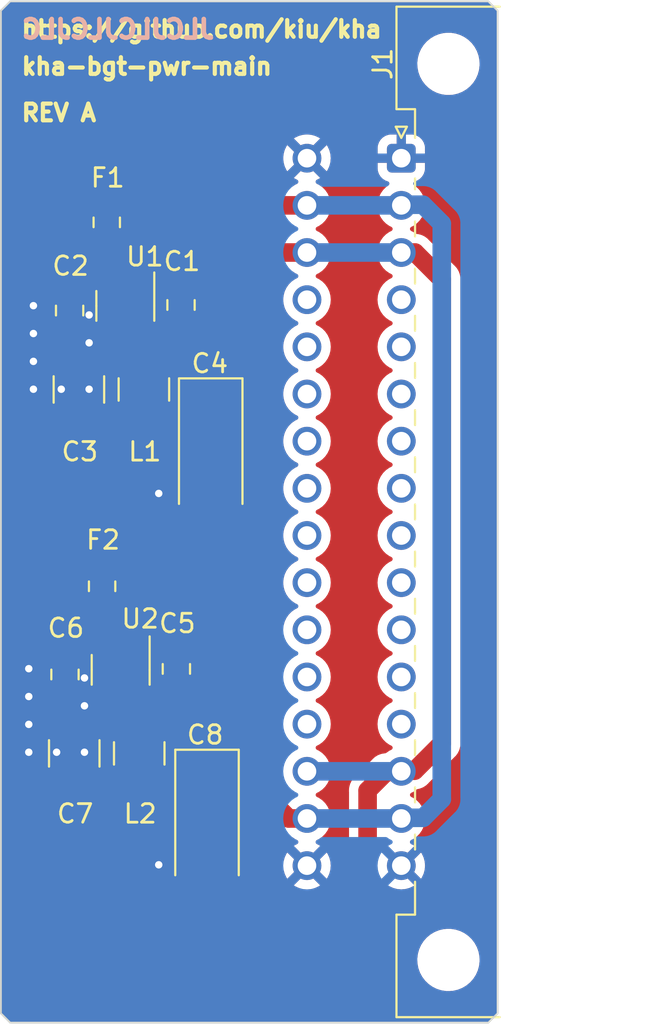
<source format=kicad_pcb>
(kicad_pcb (version 20221018) (generator pcbnew)
  (layers (0 "F.Cu" signal) (31 "B.Cu" signal) (34 "B.Paste" user) (35 "F.Paste" user) (36 "B.SilkS" user "B.Silkscreen") (37 "F.SilkS" user "F.Silkscreen") (38 "B.Mask" user) (39 "F.Mask" user) (44 "Edge.Cuts" user))
  (net 0 "")
  (net 1 "Net-(U1-SW)")
  (net 2 "Net-(U1-BST)")
  (net 3 "GND")
  (net 4 "Net-(U1-EN)")
  (net 5 "+5V")
  (net 6 "Net-(U2-SW)")
  (net 7 "Net-(U2-BST)")
  (net 8 "Net-(U2-EN)")
  (net 9 "+12V")
  (footprint "Fuse:Fuse_0805_2012Metric" (layer "F.Cu") (at 193.95 111.5 90)
    (fp_text reference "F2" (at 2.5 0.05 180) (layer "F.SilkS"))
    (fp_text value "Polyfuse")
    (fp_line (start -0.258578 -0.71) (end 0.258578 -0.71) (stroke (width 0.12)) (layer "F.SilkS"))
    (fp_line (start -0.258578 0.71) (end 0.258578 0.71) (stroke (width 0.12)) (layer "F.SilkS"))
    (pad "1" smd roundrect (at -0.9375 0 90) (size 0.975 1.4) (layers "F.Cu" "F.Paste" "F.Mask") (net 8 "Net-(U2-EN)"))
    (pad "2" smd roundrect (at 0.9375 0 90) (size 0.975 1.4) (layers "F.Cu" "F.Paste" "F.Mask") (net 9 "+12V"))
  )
  (footprint "Capacitor_SMD:C_0805_2012Metric" (layer "F.Cu") (at 192.2 96.65 90)
    (fp_text reference "C2" (at 2.4 0.05 180) (layer "F.SilkS"))
    (fp_text value "C")
    (fp_line (start -0.261252 -0.735) (end 0.261252 -0.735) (stroke (width 0.12)) (layer "F.SilkS"))
    (fp_line (start -0.261252 0.735) (end 0.261252 0.735) (stroke (width 0.12)) (layer "F.SilkS"))
    (pad "1" smd roundrect (at -0.95 0 90) (size 1 1.45) (layers "F.Cu" "F.Paste" "F.Mask") (net 3 "GND"))
    (pad "2" smd roundrect (at 0.95 0 90) (size 1 1.45) (layers "F.Cu" "F.Paste" "F.Mask") (net 4 "Net-(U1-EN)"))
  )
  (footprint "Fuse:Fuse_0805_2012Metric" (layer "F.Cu") (at 194.2 91.9 90)
    (fp_text reference "F1" (at 2.4 0.05 180) (layer "F.SilkS"))
    (fp_text value "Polyfuse")
    (fp_line (start -0.258578 -0.71) (end 0.258578 -0.71) (stroke (width 0.12)) (layer "F.SilkS"))
    (fp_line (start -0.258578 0.71) (end 0.258578 0.71) (stroke (width 0.12)) (layer "F.SilkS"))
    (pad "1" smd roundrect (at -0.9375 0 90) (size 0.975 1.4) (layers "F.Cu" "F.Paste" "F.Mask") (net 4 "Net-(U1-EN)"))
    (pad "2" smd roundrect (at 0.9375 0 90) (size 0.975 1.4) (layers "F.Cu" "F.Paste" "F.Mask") (net 9 "+12V"))
  )
  (footprint "Inductor_SMD:L_1210_3225Metric" (layer "F.Cu") (at 195.95 120.5 -90)
    (fp_text reference "L2" (at 3.25 -0.05 -180) (layer "F.SilkS"))
    (fp_text value "L")
    (fp_line (start -0.602064 -1.36) (end 0.602064 -1.36) (stroke (width 0.12)) (layer "F.SilkS"))
    (fp_line (start -0.602064 1.36) (end 0.602064 1.36) (stroke (width 0.12)) (layer "F.SilkS"))
    (pad "1" smd roundrect (at -1.4 0 270) (size 1.25 2.65) (layers "F.Cu" "F.Paste" "F.Mask") (roundrect_rratio 0.2) (net 6 "Net-(U2-SW)"))
    (pad "2" smd roundrect (at 1.4 0 270) (size 1.25 2.65) (layers "F.Cu" "F.Paste" "F.Mask") (roundrect_rratio 0.2) (net 5 "+5V"))
  )
  (footprint "Capacitor_SMD:C_1210_3225Metric" (layer "F.Cu") (at 192.45 120.5 90)
    (fp_text reference "C7" (at -3.25 0.05 180) (layer "F.SilkS"))
    (fp_text value "C")
    (fp_line (start -0.711252 -1.36) (end 0.711252 -1.36) (stroke (width 0.12)) (layer "F.SilkS"))
    (fp_line (start -0.711252 1.36) (end 0.711252 1.36) (stroke (width 0.12)) (layer "F.SilkS"))
    (pad "1" smd roundrect (at -1.475 0 90) (size 1.15 2.7) (layers "F.Cu" "F.Paste" "F.Mask") (roundrect_rratio 0.2173913043) (net 5 "+5V"))
    (pad "2" smd roundrect (at 1.475 0 90) (size 1.15 2.7) (layers "F.Cu" "F.Paste" "F.Mask") (roundrect_rratio 0.2173913043) (net 3 "GND"))
  )
  (footprint "Package_TO_SOT_SMD:TSOT-23-6" (layer "F.Cu") (at 194.95 116 -90)
    (fp_text reference "U2" (at -2.75 -1.05 -180) (layer "F.SilkS"))
    (fp_text value "AP63205WU")
    (fp_line (start 0 -1.56) (end -1.8 -1.56) (stroke (width 0.12)) (layer "F.SilkS"))
    (fp_line (start 0 -1.56) (end 0.8 -1.56) (stroke (width 0.12)) (layer "F.SilkS"))
    (fp_line (start 0 1.56) (end -0.8 1.56) (stroke (width 0.12)) (layer "F.SilkS"))
    (fp_line (start 0 1.56) (end 0.8 1.56) (stroke (width 0.12)) (layer "F.SilkS"))
    (pad "1" smd roundrect (at -1.1375 -0.95 270) (size 1.325 0.6) (layers "F.Cu" "F.Paste" "F.Mask") (net 5 "+5V"))
    (pad "2" smd roundrect (at -1.1375 0 270) (size 1.325 0.6) (layers "F.Cu" "F.Paste" "F.Mask") (net 8 "Net-(U2-EN)"))
    (pad "3" smd roundrect (at -1.1375 0.95 270) (size 1.325 0.6) (layers "F.Cu" "F.Paste" "F.Mask") (net 8 "Net-(U2-EN)"))
    (pad "4" smd roundrect (at 1.1375 0.95 270) (size 1.325 0.6) (layers "F.Cu" "F.Paste" "F.Mask") (net 3 "GND"))
    (pad "5" smd roundrect (at 1.1375 0 270) (size 1.325 0.6) (layers "F.Cu" "F.Paste" "F.Mask") (net 6 "Net-(U2-SW)"))
    (pad "6" smd roundrect (at 1.1375 -0.95 270) (size 1.325 0.6) (layers "F.Cu" "F.Paste" "F.Mask") (net 7 "Net-(U2-BST)"))
  )
  (footprint "Connector_DIN:DIN41612_C2_2x16_Male_Horizontal_THT" (layer "F.Cu") (at 210.065 88.445 -90)
    (fp_text reference "J1" (at -5.08 1 90) (layer "F.SilkS"))
    (fp_text value "DIN41612_02x16_AC")
    (fp_line (start -8.16 -5.3) (end -8.16 0.26) (stroke (width 0.12)) (layer "F.SilkS"))
    (fp_line (start -8.16 0.26) (end -2.64 0.26) (stroke (width 0.12)) (layer "F.SilkS"))
    (fp_line (start -2.64 -0.74) (end -1.095 -0.74) (stroke (width 0.12)) (layer "F.SilkS"))
    (fp_line (start -2.64 0.26) (end -2.64 -0.74) (stroke (width 0.12)) (layer "F.SilkS"))
    (fp_line (start -1.695 -0.3) (end -1.695 0.3) (stroke (width 0.12)) (layer "F.SilkS"))
    (fp_line (start -1.695 0.3) (end -1.095 0) (stroke (width 0.12)) (layer "F.SilkS"))
    (fp_line (start -1.095 0) (end -1.695 -0.3) (stroke (width 0.12)) (layer "F.SilkS"))
    (fp_line (start 1.095 -0.74) (end 1.671 -0.74) (stroke (width 0.12)) (layer "F.SilkS"))
    (fp_line (start 3.41 -0.74) (end 4.211 -0.74) (stroke (width 0.12)) (layer "F.SilkS"))
    (fp_line (start 5.95 -0.74) (end 6.751 -0.74) (stroke (width 0.12)) (layer "F.SilkS"))
    (fp_line (start 8.49 -0.74) (end 9.291 -0.74) (stroke (width 0.12)) (layer "F.SilkS"))
    (fp_line (start 11.03 -0.74) (end 11.831 -0.74) (stroke (width 0.12)) (layer "F.SilkS"))
    (fp_line (start 13.57 -0.74) (end 14.371 -0.74) (stroke (width 0.12)) (layer "F.SilkS"))
    (fp_line (start 16.11 -0.74) (end 16.911 -0.74) (stroke (width 0.12)) (layer "F.SilkS"))
    (fp_line (start 18.65 -0.74) (end 19.451 -0.74) (stroke (width 0.12)) (layer "F.SilkS"))
    (fp_line (start 21.19 -0.74) (end 21.991 -0.74) (stroke (width 0.12)) (layer "F.SilkS"))
    (fp_line (start 23.73 -0.74) (end 24.531 -0.74) (stroke (width 0.12)) (layer "F.SilkS"))
    (fp_line (start 26.27 -0.74) (end 27.071 -0.74) (stroke (width 0.12)) (layer "F.SilkS"))
    (fp_line (start 28.81 -0.74) (end 29.611 -0.74) (stroke (width 0.12)) (layer "F.SilkS"))
    (fp_line (start 31.35 -0.74) (end 32.151 -0.74) (stroke (width 0.12)) (layer "F.SilkS"))
    (fp_line (start 33.89 -0.74) (end 34.691 -0.74) (stroke (width 0.12)) (layer "F.SilkS"))
    (fp_line (start 36.43 -0.74) (end 37.231 -0.74) (stroke (width 0.12)) (layer "F.SilkS"))
    (fp_line (start 38.97 -0.74) (end 40.74 -0.74) (stroke (width 0.12)) (layer "F.SilkS"))
    (fp_line (start 40.74 0.26) (end 40.74 -0.74) (stroke (width 0.12)) (layer "F.SilkS"))
    (fp_line (start 46.26 -5.3) (end 46.26 0.26) (stroke (width 0.12)) (layer "F.SilkS"))
    (fp_line (start 46.26 0.26) (end 40.74 0.26) (stroke (width 0.12)) (layer "F.SilkS"))
    (pad "" np_thru_hole circle (at -5.08 -2.54 270) (size 2.85 2.85) (drill 2.85) (layers "*.Cu" "*.Mask"))
    (pad "" np_thru_hole circle (at 43.18 -2.54 270) (size 2.85 2.85) (drill 2.85) (layers "*.Cu" "*.Mask"))
    (pad "a1" thru_hole roundrect (at 0 0 270) (size 1.55 1.55) (drill 1) (layers "*.Cu" "*.Mask") (roundrect_rratio 0.1612896774) (net 3 "GND"))
    (pad "a2" thru_hole circle (at 2.54 0 270) (size 1.55 1.55) (drill 1) (layers "*.Cu" "*.Mask") (net 9 "+12V"))
    (pad "a3" thru_hole circle (at 5.08 0 270) (size 1.55 1.55) (drill 1) (layers "*.Cu" "*.Mask") (net 5 "+5V"))
    (pad "a4" thru_hole circle (at 7.62 0 270) (size 1.55 1.55) (drill 1) (layers "*.Cu" "*.Mask"))
    (pad "a5" thru_hole circle (at 10.16 0 270) (size 1.55 1.55) (drill 1) (layers "*.Cu" "*.Mask"))
    (pad "a6" thru_hole circle (at 12.7 0 270) (size 1.55 1.55) (drill 1) (layers "*.Cu" "*.Mask"))
    (pad "a7" thru_hole circle (at 15.24 0 270) (size 1.55 1.55) (drill 1) (layers "*.Cu" "*.Mask"))
    (pad "a8" thru_hole circle (at 17.78 0 270) (size 1.55 1.55) (drill 1) (layers "*.Cu" "*.Mask"))
    (pad "a9" thru_hole circle (at 20.32 0 270) (size 1.55 1.55) (drill 1) (layers "*.Cu" "*.Mask"))
    (pad "a10" thru_hole circle (at 22.86 0 270) (size 1.55 1.55) (drill 1) (layers "*.Cu" "*.Mask"))
    (pad "a11" thru_hole circle (at 25.4 0 270) (size 1.55 1.55) (drill 1) (layers "*.Cu" "*.Mask"))
    (pad "a12" thru_hole circle (at 27.94 0 270) (size 1.55 1.55) (drill 1) (layers "*.Cu" "*.Mask"))
    (pad "a13" thru_hole circle (at 30.48 0 270) (size 1.55 1.55) (drill 1) (layers "*.Cu" "*.Mask"))
    (pad "a14" thru_hole circle (at 33.02 0 270) (size 1.55 1.55) (drill 1) (layers "*.Cu" "*.Mask") (net 5 "+5V"))
    (pad "a15" thru_hole circle (at 35.56 0 270) (size 1.55 1.55) (drill 1) (layers "*.Cu" "*.Mask") (net 9 "+12V"))
    (pad "a16" thru_hole circle (at 38.1 0 270) (size 1.55 1.55) (drill 1) (layers "*.Cu" "*.Mask") (net 3 "GND"))
    (pad "c1" thru_hole circle (at 0 5.08 270) (size 1.55 1.55) (drill 1) (layers "*.Cu" "*.Mask") (net 3 "GND"))
    (pad "c2" thru_hole circle (at 2.54 5.08 270) (size 1.55 1.55) (drill 1) (layers "*.Cu" "*.Mask") (net 9 "+12V"))
    (pad "c3" thru_hole circle (at 5.08 5.08 270) (size 1.55 1.55) (drill 1) (layers "*.Cu" "*.Mask") (net 5 "+5V"))
    (pad "c4" thru_hole circle (at 7.62 5.08 270) (size 1.55 1.55) (drill 1) (layers "*.Cu" "*.Mask"))
    (pad "c5" thru_hole circle (at 10.16 5.08 270) (size 1.55 1.55) (drill 1) (layers "*.Cu" "*.Mask"))
    (pad "c6" thru_hole circle (at 12.7 5.08 270) (size 1.55 1.55) (drill 1) (layers "*.Cu" "*.Mask"))
    (pad "c7" thru_hole circle (at 15.24 5.08 270) (size 1.55 1.55) (drill 1) (layers "*.Cu" "*.Mask"))
    (pad "c8" thru_hole circle (at 17.78 5.08 270) (size 1.55 1.55) (drill 1) (layers "*.Cu" "*.Mask"))
    (pad "c9" thru_hole circle (at 20.32 5.08 270) (size 1.55 1.55) (drill 1) (layers "*.Cu" "*.Mask"))
    (pad "c10" thru_hole circle (at 22.86 5.08 270) (size 1.55 1.55) (drill 1) (layers "*.Cu" "*.Mask"))
    (pad "c11" thru_hole circle (at 25.4 5.08 270) (size 1.55 1.55) (drill 1) (layers "*.Cu" "*.Mask"))
    (pad "c12" thru_hole circle (at 27.94 5.08 270) (size 1.55 1.55) (drill 1) (layers "*.Cu" "*.Mask"))
    (pad "c13" thru_hole circle (at 30.48 5.08 270) (size 1.55 1.55) (drill 1) (layers "*.Cu" "*.Mask"))
    (pad "c14" thru_hole circle (at 33.02 5.08 270) (size 1.55 1.55) (drill 1) (layers "*.Cu" "*.Mask") (net 5 "+5V"))
    (pad "c15" thru_hole circle (at 35.56 5.08 270) (size 1.55 1.55) (drill 1) (layers "*.Cu" "*.Mask") (net 9 "+12V"))
    (pad "c16" thru_hole circle (at 38.1 5.08 270) (size 1.55 1.55) (drill 1) (layers "*.Cu" "*.Mask") (net 3 "GND"))
  )
  (footprint "Capacitor_SMD:C_0805_2012Metric" (layer "F.Cu") (at 197.95 115.95 90)
    (fp_text reference "C5" (at 2.45 0.05 180) (layer "F.SilkS"))
    (fp_text value "C")
    (fp_line (start -0.261252 -0.735) (end 0.261252 -0.735) (stroke (width 0.12)) (layer "F.SilkS"))
    (fp_line (start -0.261252 0.735) (end 0.261252 0.735) (stroke (width 0.12)) (layer "F.SilkS"))
    (pad "1" smd roundrect (at -0.95 0 90) (size 1 1.45) (layers "F.Cu" "F.Paste" "F.Mask") (net 6 "Net-(U2-SW)"))
    (pad "2" smd roundrect (at 0.95 0 90) (size 1 1.45) (layers "F.Cu" "F.Paste" "F.Mask") (net 7 "Net-(U2-BST)"))
  )
  (footprint "Inductor_SMD:L_1210_3225Metric" (layer "F.Cu") (at 196.2 100.9 -90)
    (fp_text reference "L1" (at 3.35 -0.05 -180) (layer "F.SilkS"))
    (fp_text value "L")
    (fp_line (start -0.602064 -1.36) (end 0.602064 -1.36) (stroke (width 0.12)) (layer "F.SilkS"))
    (fp_line (start -0.602064 1.36) (end 0.602064 1.36) (stroke (width 0.12)) (layer "F.SilkS"))
    (pad "1" smd roundrect (at -1.4 0 270) (size 1.25 2.65) (layers "F.Cu" "F.Paste" "F.Mask") (roundrect_rratio 0.2) (net 1 "Net-(U1-SW)"))
    (pad "2" smd roundrect (at 1.4 0 270) (size 1.25 2.65) (layers "F.Cu" "F.Paste" "F.Mask") (roundrect_rratio 0.2) (net 5 "+5V"))
  )
  (footprint "Capacitor_Tantalum_SMD:CP_EIA-6032-28_Kemet-C" (layer "F.Cu") (at 199.6 124.0625 -90)
    (fp_text reference "C8" (at -4.5625 0.1 -180) (layer "F.SilkS"))
    (fp_text value "C_Polarized")
    (fp_line (start -3.76 -1.71) (end -3.76 1.71) (stroke (width 0.12)) (layer "F.SilkS"))
    (fp_line (start -3.76 1.71) (end 3 1.71) (stroke (width 0.12)) (layer "F.SilkS"))
    (fp_line (start 3 -1.71) (end -3.76 -1.71) (stroke (width 0.12)) (layer "F.SilkS"))
    (pad "1" smd roundrect (at -2.4625 0 270) (size 2.075 2.35) (layers "F.Cu" "F.Paste" "F.Mask") (roundrect_rratio 0.1204819277) (net 5 "+5V"))
    (pad "2" smd roundrect (at 2.4625 0 270) (size 2.075 2.35) (layers "F.Cu" "F.Paste" "F.Mask") (roundrect_rratio 0.1204819277) (net 3 "GND"))
  )
  (footprint "Capacitor_SMD:C_1210_3225Metric" (layer "F.Cu") (at 192.7 100.9 90)
    (fp_text reference "C3" (at -3.35 0.05 180) (layer "F.SilkS"))
    (fp_text value "C")
    (fp_line (start -0.711252 -1.36) (end 0.711252 -1.36) (stroke (width 0.12)) (layer "F.SilkS"))
    (fp_line (start -0.711252 1.36) (end 0.711252 1.36) (stroke (width 0.12)) (layer "F.SilkS"))
    (pad "1" smd roundrect (at -1.475 0 90) (size 1.15 2.7) (layers "F.Cu" "F.Paste" "F.Mask") (roundrect_rratio 0.2173913043) (net 5 "+5V"))
    (pad "2" smd roundrect (at 1.475 0 90) (size 1.15 2.7) (layers "F.Cu" "F.Paste" "F.Mask") (roundrect_rratio 0.2173913043) (net 3 "GND"))
  )
  (footprint "Capacitor_SMD:C_0805_2012Metric" (layer "F.Cu") (at 191.95 116.25 90)
    (fp_text reference "C6" (at 2.5 0.05 180) (layer "F.SilkS"))
    (fp_text value "C")
    (fp_line (start -0.261252 -0.735) (end 0.261252 -0.735) (stroke (width 0.12)) (layer "F.SilkS"))
    (fp_line (start -0.261252 0.735) (end 0.261252 0.735) (stroke (width 0.12)) (layer "F.SilkS"))
    (pad "1" smd roundrect (at -0.95 0 90) (size 1 1.45) (layers "F.Cu" "F.Paste" "F.Mask") (net 3 "GND"))
    (pad "2" smd roundrect (at 0.95 0 90) (size 1 1.45) (layers "F.Cu" "F.Paste" "F.Mask") (net 8 "Net-(U2-EN)"))
  )
  (footprint "Capacitor_Tantalum_SMD:CP_EIA-6032-28_Kemet-C" (layer "F.Cu") (at 199.8 104.0625 -90)
    (fp_text reference "C4" (at -4.5625 0.05 -180) (layer "F.SilkS"))
    (fp_text value "C_Polarized")
    (fp_line (start -3.76 -1.71) (end -3.76 1.71) (stroke (width 0.12)) (layer "F.SilkS"))
    (fp_line (start -3.76 1.71) (end 3 1.71) (stroke (width 0.12)) (layer "F.SilkS"))
    (fp_line (start 3 -1.71) (end -3.76 -1.71) (stroke (width 0.12)) (layer "F.SilkS"))
    (pad "1" smd roundrect (at -2.4625 0 270) (size 2.075 2.35) (layers "F.Cu" "F.Paste" "F.Mask") (roundrect_rratio 0.1204819277) (net 5 "+5V"))
    (pad "2" smd roundrect (at 2.4625 0 270) (size 2.075 2.35) (layers "F.Cu" "F.Paste" "F.Mask") (roundrect_rratio 0.1204819277) (net 3 "GND"))
  )
  (footprint "Capacitor_SMD:C_0805_2012Metric" (layer "F.Cu") (at 198.2 96.35 90)
    (fp_text reference "C1" (at 2.35 0.05 180) (layer "F.SilkS"))
    (fp_text value "C")
    (fp_line (start -0.261252 -0.735) (end 0.261252 -0.735) (stroke (width 0.12)) (layer "F.SilkS"))
    (fp_line (start -0.261252 0.735) (end 0.261252 0.735) (stroke (width 0.12)) (layer "F.SilkS"))
    (pad "1" smd roundrect (at -0.95 0 90) (size 1 1.45) (layers "F.Cu" "F.Paste" "F.Mask") (net 1 "Net-(U1-SW)"))
    (pad "2" smd roundrect (at 0.95 0 90) (size 1 1.45) (layers "F.Cu" "F.Paste" "F.Mask") (net 2 "Net-(U1-BST)"))
  )
  (footprint "Package_TO_SOT_SMD:TSOT-23-6" (layer "F.Cu") (at 195.2 96.4 -90)
    (fp_text reference "U1" (at -2.65 -1.05 -180) (layer "F.SilkS"))
    (fp_text value "AP63205WU")
    (fp_line (start 0 -1.56) (end -1.8 -1.56) (stroke (width 0.12)) (layer "F.SilkS"))
    (fp_line (start 0 -1.56) (end 0.8 -1.56) (stroke (width 0.12)) (layer "F.SilkS"))
    (fp_line (start 0 1.56) (end -0.8 1.56) (stroke (width 0.12)) (layer "F.SilkS"))
    (fp_line (start 0 1.56) (end 0.8 1.56) (stroke (width 0.12)) (layer "F.SilkS"))
    (pad "1" smd roundrect (at -1.1375 -0.95 270) (size 1.325 0.6) (layers "F.Cu" "F.Paste" "F.Mask") (net 5 "+5V"))
    (pad "2" smd roundrect (at -1.1375 0 270) (size 1.325 0.6) (layers "F.Cu" "F.Paste" "F.Mask") (net 4 "Net-(U1-EN)"))
    (pad "3" smd roundrect (at -1.1375 0.95 270) (size 1.325 0.6) (layers "F.Cu" "F.Paste" "F.Mask") (net 4 "Net-(U1-EN)"))
    (pad "4" smd roundrect (at 1.1375 0.95 270) (size 1.325 0.6) (layers "F.Cu" "F.Paste" "F.Mask") (net 3 "GND"))
    (pad "5" smd roundrect (at 1.1375 0 270) (size 1.325 0.6) (layers "F.Cu" "F.Paste" "F.Mask") (net 1 "Net-(U1-SW)"))
    (pad "6" smd roundrect (at 1.1375 -0.95 270) (size 1.325 0.6) (layers "F.Cu" "F.Paste" "F.Mask") (net 2 "Net-(U1-BST)"))
  )
  (gr_line (start 214.75 135) (end 189 135) (stroke (width 0.1)) (layer "Edge.Cuts"))
  (gr_line (start 188.5 134.5) (end 189 135) (stroke (width 0.1)) (layer "Edge.Cuts"))
  (gr_line (start 214.75 135) (end 215.25 134.5) (stroke (width 0.1)) (layer "Edge.Cuts"))
  (gr_line (start 215.25 80.5) (end 215.25 134.5) (stroke (width 0.1)) (layer "Edge.Cuts"))
  (gr_line (start 189 80) (end 214.75 80) (stroke (width 0.1)) (layer "Edge.Cuts"))
  (gr_line (start 214.75 80) (end 215.25 80.5) (stroke (width 0.1)) (layer "Edge.Cuts"))
  (gr_line (start 188.5 134.5) (end 188.5 80.5) (stroke (width 0.1)) (layer "Edge.Cuts"))
  (gr_line (start 188.5 80.5) (end 189 80) (stroke (width 0.1)) (layer "Edge.Cuts"))
  (gr_text "JLCJLCJLCJLC" (at 189.5 81.5) (layer "B.SilkS") (effects (font (size 1 1) (thickness 0.25) bold) (justify right mirror)))
  (gr_text "https://github.com/kiu/kha" (at 189.5 81.5) (layer "F.SilkS") (effects (font (size 0.9 0.9) (thickness 0.225) bold) (justify left)))
  (gr_text "REV A" (at 189.5 86) (layer "F.SilkS") (effects (font (size 0.9 0.9) (thickness 0.225) bold) (justify left)))
  (gr_text "kha-bgt-pwr-main" (at 189.5 83.5) (layer "F.SilkS") (effects (font (size 0.9 0.9) (thickness 0.225) bold) (justify left)))
  (segment (start 198.25 98.8875) (end 197.65 99.4875) (width 0.6) (layer "F.Cu") (net 1))
  (segment (start 197.65 99.4875) (end 196.25 99.4875) (width 0.6) (layer "F.Cu") (net 1))
  (segment (start 195.25 97.525) (end 195.25 98.4875) (width 0.6) (layer "F.Cu") (net 1))
  (segment (start 198.25 97.3375) (end 198.25 98.8875) (width 0.6) (layer "F.Cu") (net 1))
  (segment (start 195.25 98.4875) (end 196.25 99.4875) (width 0.6) (layer "F.Cu") (net 1))
  (segment (start 197.7 95.4375) (end 198.25 95.4375) (width 0.6) (layer "F.Cu") (net 2))
  (segment (start 196.2 96.9375) (end 197.7 95.4375) (width 0.6) (layer "F.Cu") (net 2))
  (segment (start 196.2 97.525) (end 196.2 96.9375) (width 0.6) (layer "F.Cu") (net 2))
  (via (at 193 117.9375) (size 0.8) (drill 0.4) (layers "F.Cu" "B.Cu") (net 3))
  (via (at 193.25 98.3875) (size 0.8) (drill 0.4) (layers "F.Cu" "B.Cu") (net 3))
  (via (at 191.75 100.8875) (size 0.8) (drill 0.4) (layers "F.Cu" "B.Cu") (net 3))
  (via (at 190.25 100.8875) (size 0.8) (drill 0.4) (layers "F.Cu" "B.Cu") (net 3))
  (via (at 193 116.4375) (size 0.8) (drill 0.4) (layers "F.Cu" "B.Cu") (net 3))
  (via (at 190.25 96.3875) (size 0.8) (drill 0.4) (layers "F.Cu" "B.Cu") (net 3))
  (via (at 190 115.9375) (size 0.8) (drill 0.4) (layers "F.Cu" "B.Cu") (net 3))
  (via (at 191.5 120.4375) (size 0.8) (drill 0.4) (layers "F.Cu" "B.Cu") (net 3))
  (via (at 190.25 99.3875) (size 0.8) (drill 0.4) (layers "F.Cu" "B.Cu") (net 3))
  (via (at 197 126.5) (size 0.8) (drill 0.4) (layers "F.Cu" "B.Cu") (net 3))
  (via (at 190 118.9375) (size 0.8) (drill 0.4) (layers "F.Cu" "B.Cu") (net 3))
  (via (at 197 106.5) (size 0.8) (drill 0.4) (layers "F.Cu" "B.Cu") (net 3))
  (via (at 190 120.4375) (size 0.8) (drill 0.4) (layers "F.Cu" "B.Cu") (net 3))
  (via (at 193 120.4375) (size 0.8) (drill 0.4) (layers "F.Cu" "B.Cu") (net 3))
  (via (at 193.25 96.8875) (size 0.8) (drill 0.4) (layers "F.Cu" "B.Cu") (net 3))
  (via (at 193.25 100.8875) (size 0.8) (drill 0.4) (layers "F.Cu" "B.Cu") (net 3))
  (via (at 190.25 97.8875) (size 0.8) (drill 0.4) (layers "F.Cu" "B.Cu") (net 3))
  (via (at 190 117.4375) (size 0.8) (drill 0.4) (layers "F.Cu" "B.Cu") (net 3))
  (segment (start 195.25 95.25) (end 194.3 95.25) (width 0.6) (layer "F.Cu") (net 4))
  (segment (start 194.25 95.2) (end 194.3 95.25) (width 1) (layer "F.Cu") (net 4))
  (segment (start 193.8625 95.6875) (end 194.3 95.25) (width 1) (layer "F.Cu") (net 4))
  (segment (start 192.25 95.6875) (end 193.8625 95.6875) (width 1) (layer "F.Cu") (net 4))
  (segment (start 194.25 92.825) (end 194.25 95.2) (width 1) (layer "F.Cu") (net 4))
  (segment (start 208.25 122.5) (end 208.25 128.25) (width 1) (layer "F.Cu") (net 5))
  (segment (start 196 121.8375) (end 192.575 121.8375) (width 1) (layer "F.Cu") (net 5))
  (segment (start 202 100) (end 202 95) (width 1) (layer "F.Cu") (net 5))
  (segment (start 199.25 94.3875) (end 199.75 94.8875) (width 0.5) (layer "F.Cu") (net 5))
  (segment (start 199.5 114.4375) (end 199.5 120.9) (width 0.5) (layer "F.Cu") (net 5))
  (segment (start 202.5 125) (end 199.7 122.2) (width 1) (layer "F.Cu") (net 5))
  (segment (start 196.8125 113.9375) (end 199 113.9375) (width 0.5) (layer "F.Cu") (net 5))
  (segment (start 199.5 120.9) (end 199.5375 120.9375) (width 0.5) (layer "F.Cu") (net 5))
  (segment (start 209.25 121.5) (end 210.03 121.5) (width 1) (layer "F.Cu") (net 5))
  (segment (start 196.2 95.25) (end 197.0625 94.3875) (width 0.5) (layer "F.Cu") (net 5))
  (segment (start 203.5 129) (end 202.5 128) (width 1) (layer "F.Cu") (net 5))
  (segment (start 199.95 101.5375) (end 200.4625 101.5375) (width 1) (layer "F.Cu") (net 5))
  (segment (start 212.245 94.965) (end 212.245 119.965) (width 1) (layer "F.Cu") (net 5))
  (segment (start 210.03 121.5) (end 210.065 121.465) (width 1) (layer "F.Cu") (net 5))
  (segment (start 192.575 121.8375) (end 192.5 121.9125) (width 1) (layer "F.Cu") (net 5))
  (segment (start 207.5 129) (end 203.5 129) (width 1) (layer "F.Cu") (net 5))
  (segment (start 192.825 102.2875) (end 192.75 102.3625) (width 1) (layer "F.Cu") (net 5))
  (segment (start 202 95) (end 203.475 93.525) (width 1) (layer "F.Cu") (net 5))
  (segment (start 196.25 102.2875) (end 192.825 102.2875) (width 1) (layer "F.Cu") (net 5))
  (segment (start 199.7 122.2) (end 199.7 121.475) (width 1) (layer "F.Cu") (net 5))
  (segment (start 199.75 101.35) (end 199.7875 101.3875) (width 0.5) (layer "F.Cu") (net 5))
  (segment (start 198.8875 102.2875) (end 199.7875 101.3875) (width 1) (layer "F.Cu") (net 5))
  (segment (start 210.065 93.525) (end 210.805 93.525) (width 1) (layer "F.Cu") (net 5))
  (segment (start 203.475 93.525) (end 204.985 93.525) (width 1) (layer "F.Cu") (net 5))
  (segment (start 196.25 102.2875) (end 198.8875 102.2875) (width 1) (layer "F.Cu") (net 5))
  (segment (start 209.25 121.5) (end 208.25 122.5) (width 1) (layer "F.Cu") (net 5))
  (segment (start 200.4625 101.5375) (end 202 100) (width 1) (layer "F.Cu") (net 5))
  (segment (start 195.95 114.8) (end 196.8125 113.9375) (width 0.5) (layer "F.Cu") (net 5))
  (segment (start 202.5 128) (end 202.5 125) (width 1) (layer "F.Cu") (net 5))
  (segment (start 212.245 119.965) (end 210.78 121.43) (width 1) (layer "F.Cu") (net 5))
  (segment (start 199.75 94.8875) (end 199.75 101.35) (width 0.5) (layer "F.Cu") (net 5))
  (segment (start 208.25 128.25) (end 207.5 129) (width 1) (layer "F.Cu") (net 5))
  (segment (start 196 121.8375) (end 198.6375 121.8375) (width 1) (layer "F.Cu") (net 5))
  (segment (start 210.805 93.525) (end 212.245 94.965) (width 1) (layer "F.Cu") (net 5))
  (segment (start 199 113.9375) (end 199.5 114.4375) (width 0.5) (layer "F.Cu") (net 5))
  (segment (start 198.6375 121.8375) (end 199.5375 120.9375) (width 1) (layer "F.Cu") (net 5))
  (segment (start 197.0625 94.3875) (end 199.25 94.3875) (width 0.5) (layer "F.Cu") (net 5))
  (segment (start 210.78 121.43) (end 210.005 121.43) (width 1) (layer "F.Cu") (net 5))
  (segment (start 210.065 121.465) (end 204.985 121.465) (width 1) (layer "B.Cu") (net 5))
  (segment (start 210.065 93.525) (end 204.985 93.525) (width 1) (layer "B.Cu") (net 5))
  (segment (start 198 116.8875) (end 198 118.4375) (width 0.6) (layer "F.Cu") (net 6))
  (segment (start 198 118.4375) (end 197.4 119.0375) (width 0.6) (layer "F.Cu") (net 6))
  (segment (start 195 118.0375) (end 196 119.0375) (width 0.6) (layer "F.Cu") (net 6))
  (segment (start 195 117.075) (end 195 118.0375) (width 0.6) (layer "F.Cu") (net 6))
  (segment (start 197.4 119.0375) (end 196 119.0375) (width 0.6) (layer "F.Cu") (net 6))
  (segment (start 195.95 117.075) (end 195.95 116.4875) (width 0.6) (layer "F.Cu") (net 7))
  (segment (start 197.45 114.9875) (end 198 114.9875) (width 0.6) (layer "F.Cu") (net 7))
  (segment (start 195.95 116.4875) (end 197.45 114.9875) (width 0.6) (layer "F.Cu") (net 7))
  (segment (start 192 115.2375) (end 193.6125 115.2375) (width 1) (layer "F.Cu") (net 8))
  (segment (start 194 114.75) (end 194.05 114.8) (width 1) (layer "F.Cu") (net 8))
  (segment (start 194 112.375) (end 194 114.75) (width 1) (layer "F.Cu") (net 8))
  (segment (start 195 114.8) (end 194.05 114.8) (width 0.6) (layer "F.Cu") (net 8))
  (segment (start 193.6125 115.2375) (end 194.05 114.8) (width 1) (layer "F.Cu") (net 8))
  (segment (start 204 124.005) (end 204 124) (width 1) (layer "F.Cu") (net 9))
  (segment (start 204 124) (end 202.5 122.5) (width 1) (layer "F.Cu") (net 9))
  (segment (start 202.5 122.5) (end 202.5 113) (width 1) (layer "F.Cu") (net 9))
  (segment (start 204.985 124.005) (end 204 124.005) (width 1) (layer "F.Cu") (net 9))
  (segment (start 194.285 90.985) (end 194.25 90.95) (width 1) (layer "F.Cu") (net 9))
  (segment (start 204.985 90.985) (end 194.285 90.985) (width 1) (layer "F.Cu") (net 9))
  (segment (start 200 110.5) (end 194 110.5) (width 1) (layer "F.Cu") (net 9))
  (segment (start 202.5 113) (end 200 110.5) (width 1) (layer "F.Cu") (net 9))
  (segment (start 210.005 90.95) (end 211.23 90.95) (width 1) (layer "B.Cu") (net 9))
  (segment (start 211.23 90.95) (end 212.245 91.965) (width 1) (layer "B.Cu") (net 9))
  (segment (start 212.245 92.465) (end 212.245 122.965) (width 1) (layer "B.Cu") (net 9))
  (segment (start 210.065 90.985) (end 204.985 90.985) (width 1) (layer "B.Cu") (net 9))
  (segment (start 210.005 123.97) (end 211.24 123.97) (width 1) (layer "B.Cu") (net 9))
  (segment (start 212.245 91.965) (end 212.245 92.465) (width 1) (layer "B.Cu") (net 9))
  (segment (start 210.065 124.005) (end 204.985 124.005) (width 1) (layer "B.Cu") (net 9))
  (segment (start 211.24 123.97) (end 212.245 122.965) (width 1) (layer "B.Cu") (net 9))
  (zone (net 3) (net_name "GND") (layer "F.Cu") (priority 3) (connect_pads yes (clearance 0.508)) (min_thickness 0.25) (fill yes (thermal_gap 0.5) (thermal_bridge_width 0.5))
    (polygon (pts (xy 189.5 115.9375) (xy 194.5 115.9375) (xy 194.5 121.075) (xy 189.5 121.075)))
  )
  (zone (net 3) (net_name "GND") (layer "F.Cu") (priority 3) (connect_pads yes (clearance 0.508)) (min_thickness 0.25) (fill yes (thermal_gap 0.5) (thermal_bridge_width 0.5))
    (polygon (pts (xy 189.75 96.25) (xy 194.75 96.25) (xy 194.75 101.3875) (xy 189.75 101.3875)))
  )
  (zone (net 3) (net_name "GND") (layers "F&B.Cu") (priority 2) (connect_pads (clearance 0.5)) (min_thickness 0.25) (fill yes (thermal_gap 0.5) (thermal_bridge_width 0.5))
    (polygon (pts (xy 188.5 80) (xy 215.25 80) (xy 215.245 135) (xy 188.5 135)))
  )
)
</source>
